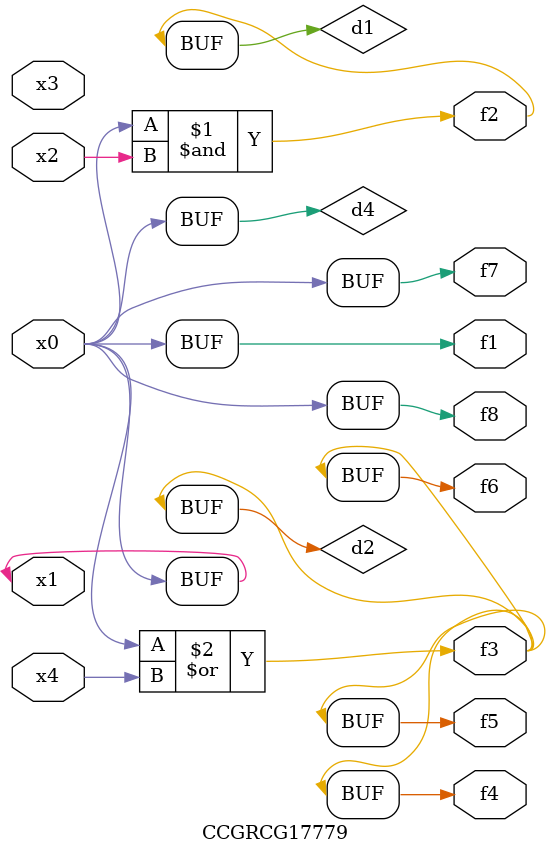
<source format=v>
module CCGRCG17779(
	input x0, x1, x2, x3, x4,
	output f1, f2, f3, f4, f5, f6, f7, f8
);

	wire d1, d2, d3, d4;

	and (d1, x0, x2);
	or (d2, x0, x4);
	nand (d3, x0, x2);
	buf (d4, x0, x1);
	assign f1 = d4;
	assign f2 = d1;
	assign f3 = d2;
	assign f4 = d2;
	assign f5 = d2;
	assign f6 = d2;
	assign f7 = d4;
	assign f8 = d4;
endmodule

</source>
